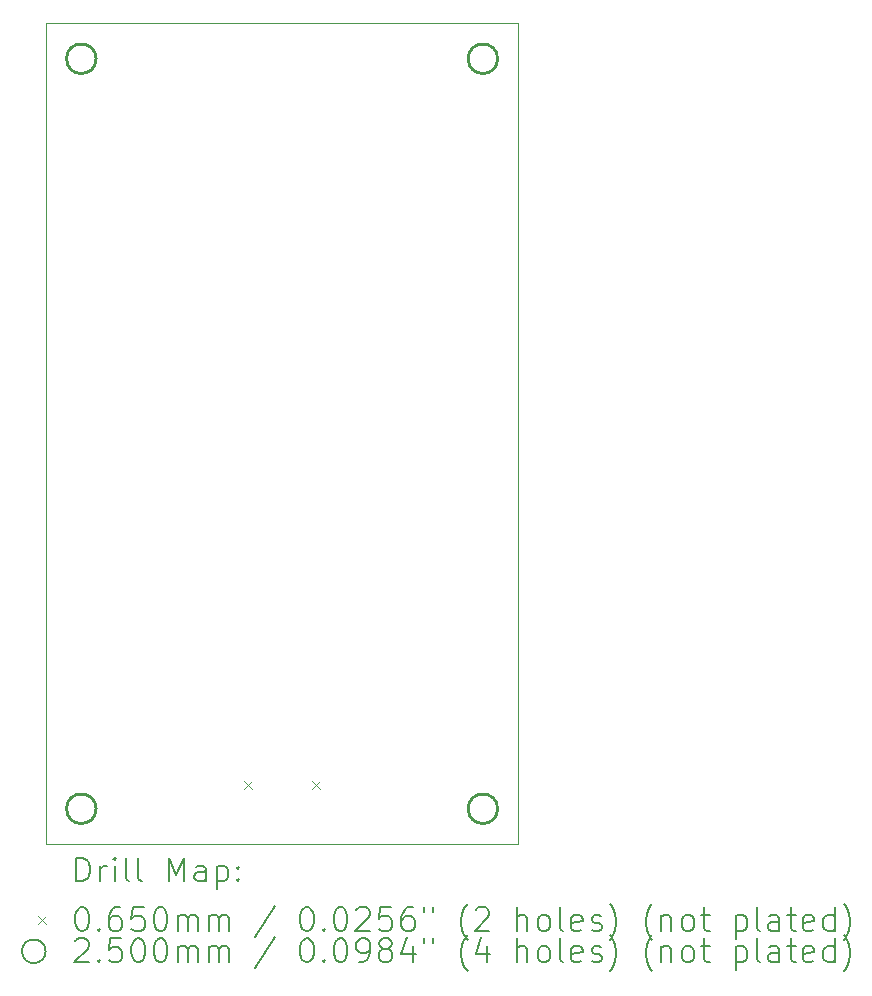
<source format=gbr>
%TF.GenerationSoftware,KiCad,Pcbnew,9.0.4*%
%TF.CreationDate,2025-10-04T23:29:17+02:00*%
%TF.ProjectId,zVMC_PCB,7a564d43-5f50-4434-922e-6b696361645f,rev?*%
%TF.SameCoordinates,Original*%
%TF.FileFunction,Drillmap*%
%TF.FilePolarity,Positive*%
%FSLAX45Y45*%
G04 Gerber Fmt 4.5, Leading zero omitted, Abs format (unit mm)*
G04 Created by KiCad (PCBNEW 9.0.4) date 2025-10-04 23:29:17*
%MOMM*%
%LPD*%
G01*
G04 APERTURE LIST*
%ADD10C,0.050000*%
%ADD11C,0.200000*%
%ADD12C,0.100000*%
%ADD13C,0.250000*%
G04 APERTURE END LIST*
D10*
X6000000Y-11050000D02*
X10000000Y-11050000D01*
X10000000Y-18000000D01*
X6000000Y-18000000D01*
X6000000Y-11050000D01*
D11*
D12*
X7678500Y-17467500D02*
X7743500Y-17532500D01*
X7743500Y-17467500D02*
X7678500Y-17532500D01*
X8256500Y-17467500D02*
X8321500Y-17532500D01*
X8321500Y-17467500D02*
X8256500Y-17532500D01*
D13*
X6425000Y-11350000D02*
G75*
G02*
X6175000Y-11350000I-125000J0D01*
G01*
X6175000Y-11350000D02*
G75*
G02*
X6425000Y-11350000I125000J0D01*
G01*
X6425000Y-17700000D02*
G75*
G02*
X6175000Y-17700000I-125000J0D01*
G01*
X6175000Y-17700000D02*
G75*
G02*
X6425000Y-17700000I125000J0D01*
G01*
X9825000Y-11350000D02*
G75*
G02*
X9575000Y-11350000I-125000J0D01*
G01*
X9575000Y-11350000D02*
G75*
G02*
X9825000Y-11350000I125000J0D01*
G01*
X9825000Y-17700000D02*
G75*
G02*
X9575000Y-17700000I-125000J0D01*
G01*
X9575000Y-17700000D02*
G75*
G02*
X9825000Y-17700000I125000J0D01*
G01*
D11*
X6258277Y-18313984D02*
X6258277Y-18113984D01*
X6258277Y-18113984D02*
X6305896Y-18113984D01*
X6305896Y-18113984D02*
X6334467Y-18123508D01*
X6334467Y-18123508D02*
X6353515Y-18142555D01*
X6353515Y-18142555D02*
X6363039Y-18161603D01*
X6363039Y-18161603D02*
X6372562Y-18199698D01*
X6372562Y-18199698D02*
X6372562Y-18228270D01*
X6372562Y-18228270D02*
X6363039Y-18266365D01*
X6363039Y-18266365D02*
X6353515Y-18285412D01*
X6353515Y-18285412D02*
X6334467Y-18304460D01*
X6334467Y-18304460D02*
X6305896Y-18313984D01*
X6305896Y-18313984D02*
X6258277Y-18313984D01*
X6458277Y-18313984D02*
X6458277Y-18180650D01*
X6458277Y-18218746D02*
X6467801Y-18199698D01*
X6467801Y-18199698D02*
X6477324Y-18190174D01*
X6477324Y-18190174D02*
X6496372Y-18180650D01*
X6496372Y-18180650D02*
X6515420Y-18180650D01*
X6582086Y-18313984D02*
X6582086Y-18180650D01*
X6582086Y-18113984D02*
X6572562Y-18123508D01*
X6572562Y-18123508D02*
X6582086Y-18133031D01*
X6582086Y-18133031D02*
X6591610Y-18123508D01*
X6591610Y-18123508D02*
X6582086Y-18113984D01*
X6582086Y-18113984D02*
X6582086Y-18133031D01*
X6705896Y-18313984D02*
X6686848Y-18304460D01*
X6686848Y-18304460D02*
X6677324Y-18285412D01*
X6677324Y-18285412D02*
X6677324Y-18113984D01*
X6810658Y-18313984D02*
X6791610Y-18304460D01*
X6791610Y-18304460D02*
X6782086Y-18285412D01*
X6782086Y-18285412D02*
X6782086Y-18113984D01*
X7039229Y-18313984D02*
X7039229Y-18113984D01*
X7039229Y-18113984D02*
X7105896Y-18256841D01*
X7105896Y-18256841D02*
X7172562Y-18113984D01*
X7172562Y-18113984D02*
X7172562Y-18313984D01*
X7353515Y-18313984D02*
X7353515Y-18209222D01*
X7353515Y-18209222D02*
X7343991Y-18190174D01*
X7343991Y-18190174D02*
X7324943Y-18180650D01*
X7324943Y-18180650D02*
X7286848Y-18180650D01*
X7286848Y-18180650D02*
X7267801Y-18190174D01*
X7353515Y-18304460D02*
X7334467Y-18313984D01*
X7334467Y-18313984D02*
X7286848Y-18313984D01*
X7286848Y-18313984D02*
X7267801Y-18304460D01*
X7267801Y-18304460D02*
X7258277Y-18285412D01*
X7258277Y-18285412D02*
X7258277Y-18266365D01*
X7258277Y-18266365D02*
X7267801Y-18247317D01*
X7267801Y-18247317D02*
X7286848Y-18237793D01*
X7286848Y-18237793D02*
X7334467Y-18237793D01*
X7334467Y-18237793D02*
X7353515Y-18228270D01*
X7448753Y-18180650D02*
X7448753Y-18380650D01*
X7448753Y-18190174D02*
X7467801Y-18180650D01*
X7467801Y-18180650D02*
X7505896Y-18180650D01*
X7505896Y-18180650D02*
X7524943Y-18190174D01*
X7524943Y-18190174D02*
X7534467Y-18199698D01*
X7534467Y-18199698D02*
X7543991Y-18218746D01*
X7543991Y-18218746D02*
X7543991Y-18275889D01*
X7543991Y-18275889D02*
X7534467Y-18294936D01*
X7534467Y-18294936D02*
X7524943Y-18304460D01*
X7524943Y-18304460D02*
X7505896Y-18313984D01*
X7505896Y-18313984D02*
X7467801Y-18313984D01*
X7467801Y-18313984D02*
X7448753Y-18304460D01*
X7629705Y-18294936D02*
X7639229Y-18304460D01*
X7639229Y-18304460D02*
X7629705Y-18313984D01*
X7629705Y-18313984D02*
X7620182Y-18304460D01*
X7620182Y-18304460D02*
X7629705Y-18294936D01*
X7629705Y-18294936D02*
X7629705Y-18313984D01*
X7629705Y-18190174D02*
X7639229Y-18199698D01*
X7639229Y-18199698D02*
X7629705Y-18209222D01*
X7629705Y-18209222D02*
X7620182Y-18199698D01*
X7620182Y-18199698D02*
X7629705Y-18190174D01*
X7629705Y-18190174D02*
X7629705Y-18209222D01*
D12*
X5932500Y-18610000D02*
X5997500Y-18675000D01*
X5997500Y-18610000D02*
X5932500Y-18675000D01*
D11*
X6296372Y-18533984D02*
X6315420Y-18533984D01*
X6315420Y-18533984D02*
X6334467Y-18543508D01*
X6334467Y-18543508D02*
X6343991Y-18553031D01*
X6343991Y-18553031D02*
X6353515Y-18572079D01*
X6353515Y-18572079D02*
X6363039Y-18610174D01*
X6363039Y-18610174D02*
X6363039Y-18657793D01*
X6363039Y-18657793D02*
X6353515Y-18695889D01*
X6353515Y-18695889D02*
X6343991Y-18714936D01*
X6343991Y-18714936D02*
X6334467Y-18724460D01*
X6334467Y-18724460D02*
X6315420Y-18733984D01*
X6315420Y-18733984D02*
X6296372Y-18733984D01*
X6296372Y-18733984D02*
X6277324Y-18724460D01*
X6277324Y-18724460D02*
X6267801Y-18714936D01*
X6267801Y-18714936D02*
X6258277Y-18695889D01*
X6258277Y-18695889D02*
X6248753Y-18657793D01*
X6248753Y-18657793D02*
X6248753Y-18610174D01*
X6248753Y-18610174D02*
X6258277Y-18572079D01*
X6258277Y-18572079D02*
X6267801Y-18553031D01*
X6267801Y-18553031D02*
X6277324Y-18543508D01*
X6277324Y-18543508D02*
X6296372Y-18533984D01*
X6448753Y-18714936D02*
X6458277Y-18724460D01*
X6458277Y-18724460D02*
X6448753Y-18733984D01*
X6448753Y-18733984D02*
X6439229Y-18724460D01*
X6439229Y-18724460D02*
X6448753Y-18714936D01*
X6448753Y-18714936D02*
X6448753Y-18733984D01*
X6629705Y-18533984D02*
X6591610Y-18533984D01*
X6591610Y-18533984D02*
X6572562Y-18543508D01*
X6572562Y-18543508D02*
X6563039Y-18553031D01*
X6563039Y-18553031D02*
X6543991Y-18581603D01*
X6543991Y-18581603D02*
X6534467Y-18619698D01*
X6534467Y-18619698D02*
X6534467Y-18695889D01*
X6534467Y-18695889D02*
X6543991Y-18714936D01*
X6543991Y-18714936D02*
X6553515Y-18724460D01*
X6553515Y-18724460D02*
X6572562Y-18733984D01*
X6572562Y-18733984D02*
X6610658Y-18733984D01*
X6610658Y-18733984D02*
X6629705Y-18724460D01*
X6629705Y-18724460D02*
X6639229Y-18714936D01*
X6639229Y-18714936D02*
X6648753Y-18695889D01*
X6648753Y-18695889D02*
X6648753Y-18648270D01*
X6648753Y-18648270D02*
X6639229Y-18629222D01*
X6639229Y-18629222D02*
X6629705Y-18619698D01*
X6629705Y-18619698D02*
X6610658Y-18610174D01*
X6610658Y-18610174D02*
X6572562Y-18610174D01*
X6572562Y-18610174D02*
X6553515Y-18619698D01*
X6553515Y-18619698D02*
X6543991Y-18629222D01*
X6543991Y-18629222D02*
X6534467Y-18648270D01*
X6829705Y-18533984D02*
X6734467Y-18533984D01*
X6734467Y-18533984D02*
X6724943Y-18629222D01*
X6724943Y-18629222D02*
X6734467Y-18619698D01*
X6734467Y-18619698D02*
X6753515Y-18610174D01*
X6753515Y-18610174D02*
X6801134Y-18610174D01*
X6801134Y-18610174D02*
X6820182Y-18619698D01*
X6820182Y-18619698D02*
X6829705Y-18629222D01*
X6829705Y-18629222D02*
X6839229Y-18648270D01*
X6839229Y-18648270D02*
X6839229Y-18695889D01*
X6839229Y-18695889D02*
X6829705Y-18714936D01*
X6829705Y-18714936D02*
X6820182Y-18724460D01*
X6820182Y-18724460D02*
X6801134Y-18733984D01*
X6801134Y-18733984D02*
X6753515Y-18733984D01*
X6753515Y-18733984D02*
X6734467Y-18724460D01*
X6734467Y-18724460D02*
X6724943Y-18714936D01*
X6963039Y-18533984D02*
X6982086Y-18533984D01*
X6982086Y-18533984D02*
X7001134Y-18543508D01*
X7001134Y-18543508D02*
X7010658Y-18553031D01*
X7010658Y-18553031D02*
X7020182Y-18572079D01*
X7020182Y-18572079D02*
X7029705Y-18610174D01*
X7029705Y-18610174D02*
X7029705Y-18657793D01*
X7029705Y-18657793D02*
X7020182Y-18695889D01*
X7020182Y-18695889D02*
X7010658Y-18714936D01*
X7010658Y-18714936D02*
X7001134Y-18724460D01*
X7001134Y-18724460D02*
X6982086Y-18733984D01*
X6982086Y-18733984D02*
X6963039Y-18733984D01*
X6963039Y-18733984D02*
X6943991Y-18724460D01*
X6943991Y-18724460D02*
X6934467Y-18714936D01*
X6934467Y-18714936D02*
X6924943Y-18695889D01*
X6924943Y-18695889D02*
X6915420Y-18657793D01*
X6915420Y-18657793D02*
X6915420Y-18610174D01*
X6915420Y-18610174D02*
X6924943Y-18572079D01*
X6924943Y-18572079D02*
X6934467Y-18553031D01*
X6934467Y-18553031D02*
X6943991Y-18543508D01*
X6943991Y-18543508D02*
X6963039Y-18533984D01*
X7115420Y-18733984D02*
X7115420Y-18600650D01*
X7115420Y-18619698D02*
X7124943Y-18610174D01*
X7124943Y-18610174D02*
X7143991Y-18600650D01*
X7143991Y-18600650D02*
X7172563Y-18600650D01*
X7172563Y-18600650D02*
X7191610Y-18610174D01*
X7191610Y-18610174D02*
X7201134Y-18629222D01*
X7201134Y-18629222D02*
X7201134Y-18733984D01*
X7201134Y-18629222D02*
X7210658Y-18610174D01*
X7210658Y-18610174D02*
X7229705Y-18600650D01*
X7229705Y-18600650D02*
X7258277Y-18600650D01*
X7258277Y-18600650D02*
X7277324Y-18610174D01*
X7277324Y-18610174D02*
X7286848Y-18629222D01*
X7286848Y-18629222D02*
X7286848Y-18733984D01*
X7382086Y-18733984D02*
X7382086Y-18600650D01*
X7382086Y-18619698D02*
X7391610Y-18610174D01*
X7391610Y-18610174D02*
X7410658Y-18600650D01*
X7410658Y-18600650D02*
X7439229Y-18600650D01*
X7439229Y-18600650D02*
X7458277Y-18610174D01*
X7458277Y-18610174D02*
X7467801Y-18629222D01*
X7467801Y-18629222D02*
X7467801Y-18733984D01*
X7467801Y-18629222D02*
X7477324Y-18610174D01*
X7477324Y-18610174D02*
X7496372Y-18600650D01*
X7496372Y-18600650D02*
X7524943Y-18600650D01*
X7524943Y-18600650D02*
X7543991Y-18610174D01*
X7543991Y-18610174D02*
X7553515Y-18629222D01*
X7553515Y-18629222D02*
X7553515Y-18733984D01*
X7943991Y-18524460D02*
X7772563Y-18781603D01*
X8201134Y-18533984D02*
X8220182Y-18533984D01*
X8220182Y-18533984D02*
X8239229Y-18543508D01*
X8239229Y-18543508D02*
X8248753Y-18553031D01*
X8248753Y-18553031D02*
X8258277Y-18572079D01*
X8258277Y-18572079D02*
X8267801Y-18610174D01*
X8267801Y-18610174D02*
X8267801Y-18657793D01*
X8267801Y-18657793D02*
X8258277Y-18695889D01*
X8258277Y-18695889D02*
X8248753Y-18714936D01*
X8248753Y-18714936D02*
X8239229Y-18724460D01*
X8239229Y-18724460D02*
X8220182Y-18733984D01*
X8220182Y-18733984D02*
X8201134Y-18733984D01*
X8201134Y-18733984D02*
X8182086Y-18724460D01*
X8182086Y-18724460D02*
X8172563Y-18714936D01*
X8172563Y-18714936D02*
X8163039Y-18695889D01*
X8163039Y-18695889D02*
X8153515Y-18657793D01*
X8153515Y-18657793D02*
X8153515Y-18610174D01*
X8153515Y-18610174D02*
X8163039Y-18572079D01*
X8163039Y-18572079D02*
X8172563Y-18553031D01*
X8172563Y-18553031D02*
X8182086Y-18543508D01*
X8182086Y-18543508D02*
X8201134Y-18533984D01*
X8353515Y-18714936D02*
X8363039Y-18724460D01*
X8363039Y-18724460D02*
X8353515Y-18733984D01*
X8353515Y-18733984D02*
X8343991Y-18724460D01*
X8343991Y-18724460D02*
X8353515Y-18714936D01*
X8353515Y-18714936D02*
X8353515Y-18733984D01*
X8486848Y-18533984D02*
X8505896Y-18533984D01*
X8505896Y-18533984D02*
X8524944Y-18543508D01*
X8524944Y-18543508D02*
X8534468Y-18553031D01*
X8534468Y-18553031D02*
X8543991Y-18572079D01*
X8543991Y-18572079D02*
X8553515Y-18610174D01*
X8553515Y-18610174D02*
X8553515Y-18657793D01*
X8553515Y-18657793D02*
X8543991Y-18695889D01*
X8543991Y-18695889D02*
X8534468Y-18714936D01*
X8534468Y-18714936D02*
X8524944Y-18724460D01*
X8524944Y-18724460D02*
X8505896Y-18733984D01*
X8505896Y-18733984D02*
X8486848Y-18733984D01*
X8486848Y-18733984D02*
X8467801Y-18724460D01*
X8467801Y-18724460D02*
X8458277Y-18714936D01*
X8458277Y-18714936D02*
X8448753Y-18695889D01*
X8448753Y-18695889D02*
X8439229Y-18657793D01*
X8439229Y-18657793D02*
X8439229Y-18610174D01*
X8439229Y-18610174D02*
X8448753Y-18572079D01*
X8448753Y-18572079D02*
X8458277Y-18553031D01*
X8458277Y-18553031D02*
X8467801Y-18543508D01*
X8467801Y-18543508D02*
X8486848Y-18533984D01*
X8629706Y-18553031D02*
X8639229Y-18543508D01*
X8639229Y-18543508D02*
X8658277Y-18533984D01*
X8658277Y-18533984D02*
X8705896Y-18533984D01*
X8705896Y-18533984D02*
X8724944Y-18543508D01*
X8724944Y-18543508D02*
X8734468Y-18553031D01*
X8734468Y-18553031D02*
X8743991Y-18572079D01*
X8743991Y-18572079D02*
X8743991Y-18591127D01*
X8743991Y-18591127D02*
X8734468Y-18619698D01*
X8734468Y-18619698D02*
X8620182Y-18733984D01*
X8620182Y-18733984D02*
X8743991Y-18733984D01*
X8924944Y-18533984D02*
X8829706Y-18533984D01*
X8829706Y-18533984D02*
X8820182Y-18629222D01*
X8820182Y-18629222D02*
X8829706Y-18619698D01*
X8829706Y-18619698D02*
X8848753Y-18610174D01*
X8848753Y-18610174D02*
X8896372Y-18610174D01*
X8896372Y-18610174D02*
X8915420Y-18619698D01*
X8915420Y-18619698D02*
X8924944Y-18629222D01*
X8924944Y-18629222D02*
X8934468Y-18648270D01*
X8934468Y-18648270D02*
X8934468Y-18695889D01*
X8934468Y-18695889D02*
X8924944Y-18714936D01*
X8924944Y-18714936D02*
X8915420Y-18724460D01*
X8915420Y-18724460D02*
X8896372Y-18733984D01*
X8896372Y-18733984D02*
X8848753Y-18733984D01*
X8848753Y-18733984D02*
X8829706Y-18724460D01*
X8829706Y-18724460D02*
X8820182Y-18714936D01*
X9105896Y-18533984D02*
X9067801Y-18533984D01*
X9067801Y-18533984D02*
X9048753Y-18543508D01*
X9048753Y-18543508D02*
X9039229Y-18553031D01*
X9039229Y-18553031D02*
X9020182Y-18581603D01*
X9020182Y-18581603D02*
X9010658Y-18619698D01*
X9010658Y-18619698D02*
X9010658Y-18695889D01*
X9010658Y-18695889D02*
X9020182Y-18714936D01*
X9020182Y-18714936D02*
X9029706Y-18724460D01*
X9029706Y-18724460D02*
X9048753Y-18733984D01*
X9048753Y-18733984D02*
X9086849Y-18733984D01*
X9086849Y-18733984D02*
X9105896Y-18724460D01*
X9105896Y-18724460D02*
X9115420Y-18714936D01*
X9115420Y-18714936D02*
X9124944Y-18695889D01*
X9124944Y-18695889D02*
X9124944Y-18648270D01*
X9124944Y-18648270D02*
X9115420Y-18629222D01*
X9115420Y-18629222D02*
X9105896Y-18619698D01*
X9105896Y-18619698D02*
X9086849Y-18610174D01*
X9086849Y-18610174D02*
X9048753Y-18610174D01*
X9048753Y-18610174D02*
X9029706Y-18619698D01*
X9029706Y-18619698D02*
X9020182Y-18629222D01*
X9020182Y-18629222D02*
X9010658Y-18648270D01*
X9201134Y-18533984D02*
X9201134Y-18572079D01*
X9277325Y-18533984D02*
X9277325Y-18572079D01*
X9572563Y-18810174D02*
X9563039Y-18800650D01*
X9563039Y-18800650D02*
X9543991Y-18772079D01*
X9543991Y-18772079D02*
X9534468Y-18753031D01*
X9534468Y-18753031D02*
X9524944Y-18724460D01*
X9524944Y-18724460D02*
X9515420Y-18676841D01*
X9515420Y-18676841D02*
X9515420Y-18638746D01*
X9515420Y-18638746D02*
X9524944Y-18591127D01*
X9524944Y-18591127D02*
X9534468Y-18562555D01*
X9534468Y-18562555D02*
X9543991Y-18543508D01*
X9543991Y-18543508D02*
X9563039Y-18514936D01*
X9563039Y-18514936D02*
X9572563Y-18505412D01*
X9639230Y-18553031D02*
X9648753Y-18543508D01*
X9648753Y-18543508D02*
X9667801Y-18533984D01*
X9667801Y-18533984D02*
X9715420Y-18533984D01*
X9715420Y-18533984D02*
X9734468Y-18543508D01*
X9734468Y-18543508D02*
X9743991Y-18553031D01*
X9743991Y-18553031D02*
X9753515Y-18572079D01*
X9753515Y-18572079D02*
X9753515Y-18591127D01*
X9753515Y-18591127D02*
X9743991Y-18619698D01*
X9743991Y-18619698D02*
X9629706Y-18733984D01*
X9629706Y-18733984D02*
X9753515Y-18733984D01*
X9991611Y-18733984D02*
X9991611Y-18533984D01*
X10077325Y-18733984D02*
X10077325Y-18629222D01*
X10077325Y-18629222D02*
X10067801Y-18610174D01*
X10067801Y-18610174D02*
X10048753Y-18600650D01*
X10048753Y-18600650D02*
X10020182Y-18600650D01*
X10020182Y-18600650D02*
X10001134Y-18610174D01*
X10001134Y-18610174D02*
X9991611Y-18619698D01*
X10201134Y-18733984D02*
X10182087Y-18724460D01*
X10182087Y-18724460D02*
X10172563Y-18714936D01*
X10172563Y-18714936D02*
X10163039Y-18695889D01*
X10163039Y-18695889D02*
X10163039Y-18638746D01*
X10163039Y-18638746D02*
X10172563Y-18619698D01*
X10172563Y-18619698D02*
X10182087Y-18610174D01*
X10182087Y-18610174D02*
X10201134Y-18600650D01*
X10201134Y-18600650D02*
X10229706Y-18600650D01*
X10229706Y-18600650D02*
X10248753Y-18610174D01*
X10248753Y-18610174D02*
X10258277Y-18619698D01*
X10258277Y-18619698D02*
X10267801Y-18638746D01*
X10267801Y-18638746D02*
X10267801Y-18695889D01*
X10267801Y-18695889D02*
X10258277Y-18714936D01*
X10258277Y-18714936D02*
X10248753Y-18724460D01*
X10248753Y-18724460D02*
X10229706Y-18733984D01*
X10229706Y-18733984D02*
X10201134Y-18733984D01*
X10382087Y-18733984D02*
X10363039Y-18724460D01*
X10363039Y-18724460D02*
X10353515Y-18705412D01*
X10353515Y-18705412D02*
X10353515Y-18533984D01*
X10534468Y-18724460D02*
X10515420Y-18733984D01*
X10515420Y-18733984D02*
X10477325Y-18733984D01*
X10477325Y-18733984D02*
X10458277Y-18724460D01*
X10458277Y-18724460D02*
X10448753Y-18705412D01*
X10448753Y-18705412D02*
X10448753Y-18629222D01*
X10448753Y-18629222D02*
X10458277Y-18610174D01*
X10458277Y-18610174D02*
X10477325Y-18600650D01*
X10477325Y-18600650D02*
X10515420Y-18600650D01*
X10515420Y-18600650D02*
X10534468Y-18610174D01*
X10534468Y-18610174D02*
X10543992Y-18629222D01*
X10543992Y-18629222D02*
X10543992Y-18648270D01*
X10543992Y-18648270D02*
X10448753Y-18667317D01*
X10620182Y-18724460D02*
X10639230Y-18733984D01*
X10639230Y-18733984D02*
X10677325Y-18733984D01*
X10677325Y-18733984D02*
X10696373Y-18724460D01*
X10696373Y-18724460D02*
X10705896Y-18705412D01*
X10705896Y-18705412D02*
X10705896Y-18695889D01*
X10705896Y-18695889D02*
X10696373Y-18676841D01*
X10696373Y-18676841D02*
X10677325Y-18667317D01*
X10677325Y-18667317D02*
X10648753Y-18667317D01*
X10648753Y-18667317D02*
X10629706Y-18657793D01*
X10629706Y-18657793D02*
X10620182Y-18638746D01*
X10620182Y-18638746D02*
X10620182Y-18629222D01*
X10620182Y-18629222D02*
X10629706Y-18610174D01*
X10629706Y-18610174D02*
X10648753Y-18600650D01*
X10648753Y-18600650D02*
X10677325Y-18600650D01*
X10677325Y-18600650D02*
X10696373Y-18610174D01*
X10772563Y-18810174D02*
X10782087Y-18800650D01*
X10782087Y-18800650D02*
X10801134Y-18772079D01*
X10801134Y-18772079D02*
X10810658Y-18753031D01*
X10810658Y-18753031D02*
X10820182Y-18724460D01*
X10820182Y-18724460D02*
X10829706Y-18676841D01*
X10829706Y-18676841D02*
X10829706Y-18638746D01*
X10829706Y-18638746D02*
X10820182Y-18591127D01*
X10820182Y-18591127D02*
X10810658Y-18562555D01*
X10810658Y-18562555D02*
X10801134Y-18543508D01*
X10801134Y-18543508D02*
X10782087Y-18514936D01*
X10782087Y-18514936D02*
X10772563Y-18505412D01*
X11134468Y-18810174D02*
X11124944Y-18800650D01*
X11124944Y-18800650D02*
X11105896Y-18772079D01*
X11105896Y-18772079D02*
X11096373Y-18753031D01*
X11096373Y-18753031D02*
X11086849Y-18724460D01*
X11086849Y-18724460D02*
X11077325Y-18676841D01*
X11077325Y-18676841D02*
X11077325Y-18638746D01*
X11077325Y-18638746D02*
X11086849Y-18591127D01*
X11086849Y-18591127D02*
X11096373Y-18562555D01*
X11096373Y-18562555D02*
X11105896Y-18543508D01*
X11105896Y-18543508D02*
X11124944Y-18514936D01*
X11124944Y-18514936D02*
X11134468Y-18505412D01*
X11210658Y-18600650D02*
X11210658Y-18733984D01*
X11210658Y-18619698D02*
X11220182Y-18610174D01*
X11220182Y-18610174D02*
X11239230Y-18600650D01*
X11239230Y-18600650D02*
X11267801Y-18600650D01*
X11267801Y-18600650D02*
X11286849Y-18610174D01*
X11286849Y-18610174D02*
X11296372Y-18629222D01*
X11296372Y-18629222D02*
X11296372Y-18733984D01*
X11420182Y-18733984D02*
X11401134Y-18724460D01*
X11401134Y-18724460D02*
X11391611Y-18714936D01*
X11391611Y-18714936D02*
X11382087Y-18695889D01*
X11382087Y-18695889D02*
X11382087Y-18638746D01*
X11382087Y-18638746D02*
X11391611Y-18619698D01*
X11391611Y-18619698D02*
X11401134Y-18610174D01*
X11401134Y-18610174D02*
X11420182Y-18600650D01*
X11420182Y-18600650D02*
X11448753Y-18600650D01*
X11448753Y-18600650D02*
X11467801Y-18610174D01*
X11467801Y-18610174D02*
X11477325Y-18619698D01*
X11477325Y-18619698D02*
X11486849Y-18638746D01*
X11486849Y-18638746D02*
X11486849Y-18695889D01*
X11486849Y-18695889D02*
X11477325Y-18714936D01*
X11477325Y-18714936D02*
X11467801Y-18724460D01*
X11467801Y-18724460D02*
X11448753Y-18733984D01*
X11448753Y-18733984D02*
X11420182Y-18733984D01*
X11543992Y-18600650D02*
X11620182Y-18600650D01*
X11572563Y-18533984D02*
X11572563Y-18705412D01*
X11572563Y-18705412D02*
X11582087Y-18724460D01*
X11582087Y-18724460D02*
X11601134Y-18733984D01*
X11601134Y-18733984D02*
X11620182Y-18733984D01*
X11839230Y-18600650D02*
X11839230Y-18800650D01*
X11839230Y-18610174D02*
X11858277Y-18600650D01*
X11858277Y-18600650D02*
X11896373Y-18600650D01*
X11896373Y-18600650D02*
X11915420Y-18610174D01*
X11915420Y-18610174D02*
X11924944Y-18619698D01*
X11924944Y-18619698D02*
X11934468Y-18638746D01*
X11934468Y-18638746D02*
X11934468Y-18695889D01*
X11934468Y-18695889D02*
X11924944Y-18714936D01*
X11924944Y-18714936D02*
X11915420Y-18724460D01*
X11915420Y-18724460D02*
X11896373Y-18733984D01*
X11896373Y-18733984D02*
X11858277Y-18733984D01*
X11858277Y-18733984D02*
X11839230Y-18724460D01*
X12048753Y-18733984D02*
X12029706Y-18724460D01*
X12029706Y-18724460D02*
X12020182Y-18705412D01*
X12020182Y-18705412D02*
X12020182Y-18533984D01*
X12210658Y-18733984D02*
X12210658Y-18629222D01*
X12210658Y-18629222D02*
X12201134Y-18610174D01*
X12201134Y-18610174D02*
X12182087Y-18600650D01*
X12182087Y-18600650D02*
X12143992Y-18600650D01*
X12143992Y-18600650D02*
X12124944Y-18610174D01*
X12210658Y-18724460D02*
X12191611Y-18733984D01*
X12191611Y-18733984D02*
X12143992Y-18733984D01*
X12143992Y-18733984D02*
X12124944Y-18724460D01*
X12124944Y-18724460D02*
X12115420Y-18705412D01*
X12115420Y-18705412D02*
X12115420Y-18686365D01*
X12115420Y-18686365D02*
X12124944Y-18667317D01*
X12124944Y-18667317D02*
X12143992Y-18657793D01*
X12143992Y-18657793D02*
X12191611Y-18657793D01*
X12191611Y-18657793D02*
X12210658Y-18648270D01*
X12277325Y-18600650D02*
X12353515Y-18600650D01*
X12305896Y-18533984D02*
X12305896Y-18705412D01*
X12305896Y-18705412D02*
X12315420Y-18724460D01*
X12315420Y-18724460D02*
X12334468Y-18733984D01*
X12334468Y-18733984D02*
X12353515Y-18733984D01*
X12496373Y-18724460D02*
X12477325Y-18733984D01*
X12477325Y-18733984D02*
X12439230Y-18733984D01*
X12439230Y-18733984D02*
X12420182Y-18724460D01*
X12420182Y-18724460D02*
X12410658Y-18705412D01*
X12410658Y-18705412D02*
X12410658Y-18629222D01*
X12410658Y-18629222D02*
X12420182Y-18610174D01*
X12420182Y-18610174D02*
X12439230Y-18600650D01*
X12439230Y-18600650D02*
X12477325Y-18600650D01*
X12477325Y-18600650D02*
X12496373Y-18610174D01*
X12496373Y-18610174D02*
X12505896Y-18629222D01*
X12505896Y-18629222D02*
X12505896Y-18648270D01*
X12505896Y-18648270D02*
X12410658Y-18667317D01*
X12677325Y-18733984D02*
X12677325Y-18533984D01*
X12677325Y-18724460D02*
X12658277Y-18733984D01*
X12658277Y-18733984D02*
X12620182Y-18733984D01*
X12620182Y-18733984D02*
X12601134Y-18724460D01*
X12601134Y-18724460D02*
X12591611Y-18714936D01*
X12591611Y-18714936D02*
X12582087Y-18695889D01*
X12582087Y-18695889D02*
X12582087Y-18638746D01*
X12582087Y-18638746D02*
X12591611Y-18619698D01*
X12591611Y-18619698D02*
X12601134Y-18610174D01*
X12601134Y-18610174D02*
X12620182Y-18600650D01*
X12620182Y-18600650D02*
X12658277Y-18600650D01*
X12658277Y-18600650D02*
X12677325Y-18610174D01*
X12753515Y-18810174D02*
X12763039Y-18800650D01*
X12763039Y-18800650D02*
X12782087Y-18772079D01*
X12782087Y-18772079D02*
X12791611Y-18753031D01*
X12791611Y-18753031D02*
X12801134Y-18724460D01*
X12801134Y-18724460D02*
X12810658Y-18676841D01*
X12810658Y-18676841D02*
X12810658Y-18638746D01*
X12810658Y-18638746D02*
X12801134Y-18591127D01*
X12801134Y-18591127D02*
X12791611Y-18562555D01*
X12791611Y-18562555D02*
X12782087Y-18543508D01*
X12782087Y-18543508D02*
X12763039Y-18514936D01*
X12763039Y-18514936D02*
X12753515Y-18505412D01*
X5997500Y-18906500D02*
G75*
G02*
X5797500Y-18906500I-100000J0D01*
G01*
X5797500Y-18906500D02*
G75*
G02*
X5997500Y-18906500I100000J0D01*
G01*
X6248753Y-18817031D02*
X6258277Y-18807508D01*
X6258277Y-18807508D02*
X6277324Y-18797984D01*
X6277324Y-18797984D02*
X6324943Y-18797984D01*
X6324943Y-18797984D02*
X6343991Y-18807508D01*
X6343991Y-18807508D02*
X6353515Y-18817031D01*
X6353515Y-18817031D02*
X6363039Y-18836079D01*
X6363039Y-18836079D02*
X6363039Y-18855127D01*
X6363039Y-18855127D02*
X6353515Y-18883698D01*
X6353515Y-18883698D02*
X6239229Y-18997984D01*
X6239229Y-18997984D02*
X6363039Y-18997984D01*
X6448753Y-18978936D02*
X6458277Y-18988460D01*
X6458277Y-18988460D02*
X6448753Y-18997984D01*
X6448753Y-18997984D02*
X6439229Y-18988460D01*
X6439229Y-18988460D02*
X6448753Y-18978936D01*
X6448753Y-18978936D02*
X6448753Y-18997984D01*
X6639229Y-18797984D02*
X6543991Y-18797984D01*
X6543991Y-18797984D02*
X6534467Y-18893222D01*
X6534467Y-18893222D02*
X6543991Y-18883698D01*
X6543991Y-18883698D02*
X6563039Y-18874174D01*
X6563039Y-18874174D02*
X6610658Y-18874174D01*
X6610658Y-18874174D02*
X6629705Y-18883698D01*
X6629705Y-18883698D02*
X6639229Y-18893222D01*
X6639229Y-18893222D02*
X6648753Y-18912270D01*
X6648753Y-18912270D02*
X6648753Y-18959889D01*
X6648753Y-18959889D02*
X6639229Y-18978936D01*
X6639229Y-18978936D02*
X6629705Y-18988460D01*
X6629705Y-18988460D02*
X6610658Y-18997984D01*
X6610658Y-18997984D02*
X6563039Y-18997984D01*
X6563039Y-18997984D02*
X6543991Y-18988460D01*
X6543991Y-18988460D02*
X6534467Y-18978936D01*
X6772562Y-18797984D02*
X6791610Y-18797984D01*
X6791610Y-18797984D02*
X6810658Y-18807508D01*
X6810658Y-18807508D02*
X6820182Y-18817031D01*
X6820182Y-18817031D02*
X6829705Y-18836079D01*
X6829705Y-18836079D02*
X6839229Y-18874174D01*
X6839229Y-18874174D02*
X6839229Y-18921793D01*
X6839229Y-18921793D02*
X6829705Y-18959889D01*
X6829705Y-18959889D02*
X6820182Y-18978936D01*
X6820182Y-18978936D02*
X6810658Y-18988460D01*
X6810658Y-18988460D02*
X6791610Y-18997984D01*
X6791610Y-18997984D02*
X6772562Y-18997984D01*
X6772562Y-18997984D02*
X6753515Y-18988460D01*
X6753515Y-18988460D02*
X6743991Y-18978936D01*
X6743991Y-18978936D02*
X6734467Y-18959889D01*
X6734467Y-18959889D02*
X6724943Y-18921793D01*
X6724943Y-18921793D02*
X6724943Y-18874174D01*
X6724943Y-18874174D02*
X6734467Y-18836079D01*
X6734467Y-18836079D02*
X6743991Y-18817031D01*
X6743991Y-18817031D02*
X6753515Y-18807508D01*
X6753515Y-18807508D02*
X6772562Y-18797984D01*
X6963039Y-18797984D02*
X6982086Y-18797984D01*
X6982086Y-18797984D02*
X7001134Y-18807508D01*
X7001134Y-18807508D02*
X7010658Y-18817031D01*
X7010658Y-18817031D02*
X7020182Y-18836079D01*
X7020182Y-18836079D02*
X7029705Y-18874174D01*
X7029705Y-18874174D02*
X7029705Y-18921793D01*
X7029705Y-18921793D02*
X7020182Y-18959889D01*
X7020182Y-18959889D02*
X7010658Y-18978936D01*
X7010658Y-18978936D02*
X7001134Y-18988460D01*
X7001134Y-18988460D02*
X6982086Y-18997984D01*
X6982086Y-18997984D02*
X6963039Y-18997984D01*
X6963039Y-18997984D02*
X6943991Y-18988460D01*
X6943991Y-18988460D02*
X6934467Y-18978936D01*
X6934467Y-18978936D02*
X6924943Y-18959889D01*
X6924943Y-18959889D02*
X6915420Y-18921793D01*
X6915420Y-18921793D02*
X6915420Y-18874174D01*
X6915420Y-18874174D02*
X6924943Y-18836079D01*
X6924943Y-18836079D02*
X6934467Y-18817031D01*
X6934467Y-18817031D02*
X6943991Y-18807508D01*
X6943991Y-18807508D02*
X6963039Y-18797984D01*
X7115420Y-18997984D02*
X7115420Y-18864650D01*
X7115420Y-18883698D02*
X7124943Y-18874174D01*
X7124943Y-18874174D02*
X7143991Y-18864650D01*
X7143991Y-18864650D02*
X7172563Y-18864650D01*
X7172563Y-18864650D02*
X7191610Y-18874174D01*
X7191610Y-18874174D02*
X7201134Y-18893222D01*
X7201134Y-18893222D02*
X7201134Y-18997984D01*
X7201134Y-18893222D02*
X7210658Y-18874174D01*
X7210658Y-18874174D02*
X7229705Y-18864650D01*
X7229705Y-18864650D02*
X7258277Y-18864650D01*
X7258277Y-18864650D02*
X7277324Y-18874174D01*
X7277324Y-18874174D02*
X7286848Y-18893222D01*
X7286848Y-18893222D02*
X7286848Y-18997984D01*
X7382086Y-18997984D02*
X7382086Y-18864650D01*
X7382086Y-18883698D02*
X7391610Y-18874174D01*
X7391610Y-18874174D02*
X7410658Y-18864650D01*
X7410658Y-18864650D02*
X7439229Y-18864650D01*
X7439229Y-18864650D02*
X7458277Y-18874174D01*
X7458277Y-18874174D02*
X7467801Y-18893222D01*
X7467801Y-18893222D02*
X7467801Y-18997984D01*
X7467801Y-18893222D02*
X7477324Y-18874174D01*
X7477324Y-18874174D02*
X7496372Y-18864650D01*
X7496372Y-18864650D02*
X7524943Y-18864650D01*
X7524943Y-18864650D02*
X7543991Y-18874174D01*
X7543991Y-18874174D02*
X7553515Y-18893222D01*
X7553515Y-18893222D02*
X7553515Y-18997984D01*
X7943991Y-18788460D02*
X7772563Y-19045603D01*
X8201134Y-18797984D02*
X8220182Y-18797984D01*
X8220182Y-18797984D02*
X8239229Y-18807508D01*
X8239229Y-18807508D02*
X8248753Y-18817031D01*
X8248753Y-18817031D02*
X8258277Y-18836079D01*
X8258277Y-18836079D02*
X8267801Y-18874174D01*
X8267801Y-18874174D02*
X8267801Y-18921793D01*
X8267801Y-18921793D02*
X8258277Y-18959889D01*
X8258277Y-18959889D02*
X8248753Y-18978936D01*
X8248753Y-18978936D02*
X8239229Y-18988460D01*
X8239229Y-18988460D02*
X8220182Y-18997984D01*
X8220182Y-18997984D02*
X8201134Y-18997984D01*
X8201134Y-18997984D02*
X8182086Y-18988460D01*
X8182086Y-18988460D02*
X8172563Y-18978936D01*
X8172563Y-18978936D02*
X8163039Y-18959889D01*
X8163039Y-18959889D02*
X8153515Y-18921793D01*
X8153515Y-18921793D02*
X8153515Y-18874174D01*
X8153515Y-18874174D02*
X8163039Y-18836079D01*
X8163039Y-18836079D02*
X8172563Y-18817031D01*
X8172563Y-18817031D02*
X8182086Y-18807508D01*
X8182086Y-18807508D02*
X8201134Y-18797984D01*
X8353515Y-18978936D02*
X8363039Y-18988460D01*
X8363039Y-18988460D02*
X8353515Y-18997984D01*
X8353515Y-18997984D02*
X8343991Y-18988460D01*
X8343991Y-18988460D02*
X8353515Y-18978936D01*
X8353515Y-18978936D02*
X8353515Y-18997984D01*
X8486848Y-18797984D02*
X8505896Y-18797984D01*
X8505896Y-18797984D02*
X8524944Y-18807508D01*
X8524944Y-18807508D02*
X8534468Y-18817031D01*
X8534468Y-18817031D02*
X8543991Y-18836079D01*
X8543991Y-18836079D02*
X8553515Y-18874174D01*
X8553515Y-18874174D02*
X8553515Y-18921793D01*
X8553515Y-18921793D02*
X8543991Y-18959889D01*
X8543991Y-18959889D02*
X8534468Y-18978936D01*
X8534468Y-18978936D02*
X8524944Y-18988460D01*
X8524944Y-18988460D02*
X8505896Y-18997984D01*
X8505896Y-18997984D02*
X8486848Y-18997984D01*
X8486848Y-18997984D02*
X8467801Y-18988460D01*
X8467801Y-18988460D02*
X8458277Y-18978936D01*
X8458277Y-18978936D02*
X8448753Y-18959889D01*
X8448753Y-18959889D02*
X8439229Y-18921793D01*
X8439229Y-18921793D02*
X8439229Y-18874174D01*
X8439229Y-18874174D02*
X8448753Y-18836079D01*
X8448753Y-18836079D02*
X8458277Y-18817031D01*
X8458277Y-18817031D02*
X8467801Y-18807508D01*
X8467801Y-18807508D02*
X8486848Y-18797984D01*
X8648753Y-18997984D02*
X8686848Y-18997984D01*
X8686848Y-18997984D02*
X8705896Y-18988460D01*
X8705896Y-18988460D02*
X8715420Y-18978936D01*
X8715420Y-18978936D02*
X8734468Y-18950365D01*
X8734468Y-18950365D02*
X8743991Y-18912270D01*
X8743991Y-18912270D02*
X8743991Y-18836079D01*
X8743991Y-18836079D02*
X8734468Y-18817031D01*
X8734468Y-18817031D02*
X8724944Y-18807508D01*
X8724944Y-18807508D02*
X8705896Y-18797984D01*
X8705896Y-18797984D02*
X8667801Y-18797984D01*
X8667801Y-18797984D02*
X8648753Y-18807508D01*
X8648753Y-18807508D02*
X8639229Y-18817031D01*
X8639229Y-18817031D02*
X8629706Y-18836079D01*
X8629706Y-18836079D02*
X8629706Y-18883698D01*
X8629706Y-18883698D02*
X8639229Y-18902746D01*
X8639229Y-18902746D02*
X8648753Y-18912270D01*
X8648753Y-18912270D02*
X8667801Y-18921793D01*
X8667801Y-18921793D02*
X8705896Y-18921793D01*
X8705896Y-18921793D02*
X8724944Y-18912270D01*
X8724944Y-18912270D02*
X8734468Y-18902746D01*
X8734468Y-18902746D02*
X8743991Y-18883698D01*
X8858277Y-18883698D02*
X8839229Y-18874174D01*
X8839229Y-18874174D02*
X8829706Y-18864650D01*
X8829706Y-18864650D02*
X8820182Y-18845603D01*
X8820182Y-18845603D02*
X8820182Y-18836079D01*
X8820182Y-18836079D02*
X8829706Y-18817031D01*
X8829706Y-18817031D02*
X8839229Y-18807508D01*
X8839229Y-18807508D02*
X8858277Y-18797984D01*
X8858277Y-18797984D02*
X8896372Y-18797984D01*
X8896372Y-18797984D02*
X8915420Y-18807508D01*
X8915420Y-18807508D02*
X8924944Y-18817031D01*
X8924944Y-18817031D02*
X8934468Y-18836079D01*
X8934468Y-18836079D02*
X8934468Y-18845603D01*
X8934468Y-18845603D02*
X8924944Y-18864650D01*
X8924944Y-18864650D02*
X8915420Y-18874174D01*
X8915420Y-18874174D02*
X8896372Y-18883698D01*
X8896372Y-18883698D02*
X8858277Y-18883698D01*
X8858277Y-18883698D02*
X8839229Y-18893222D01*
X8839229Y-18893222D02*
X8829706Y-18902746D01*
X8829706Y-18902746D02*
X8820182Y-18921793D01*
X8820182Y-18921793D02*
X8820182Y-18959889D01*
X8820182Y-18959889D02*
X8829706Y-18978936D01*
X8829706Y-18978936D02*
X8839229Y-18988460D01*
X8839229Y-18988460D02*
X8858277Y-18997984D01*
X8858277Y-18997984D02*
X8896372Y-18997984D01*
X8896372Y-18997984D02*
X8915420Y-18988460D01*
X8915420Y-18988460D02*
X8924944Y-18978936D01*
X8924944Y-18978936D02*
X8934468Y-18959889D01*
X8934468Y-18959889D02*
X8934468Y-18921793D01*
X8934468Y-18921793D02*
X8924944Y-18902746D01*
X8924944Y-18902746D02*
X8915420Y-18893222D01*
X8915420Y-18893222D02*
X8896372Y-18883698D01*
X9105896Y-18864650D02*
X9105896Y-18997984D01*
X9058277Y-18788460D02*
X9010658Y-18931317D01*
X9010658Y-18931317D02*
X9134468Y-18931317D01*
X9201134Y-18797984D02*
X9201134Y-18836079D01*
X9277325Y-18797984D02*
X9277325Y-18836079D01*
X9572563Y-19074174D02*
X9563039Y-19064650D01*
X9563039Y-19064650D02*
X9543991Y-19036079D01*
X9543991Y-19036079D02*
X9534468Y-19017031D01*
X9534468Y-19017031D02*
X9524944Y-18988460D01*
X9524944Y-18988460D02*
X9515420Y-18940841D01*
X9515420Y-18940841D02*
X9515420Y-18902746D01*
X9515420Y-18902746D02*
X9524944Y-18855127D01*
X9524944Y-18855127D02*
X9534468Y-18826555D01*
X9534468Y-18826555D02*
X9543991Y-18807508D01*
X9543991Y-18807508D02*
X9563039Y-18778936D01*
X9563039Y-18778936D02*
X9572563Y-18769412D01*
X9734468Y-18864650D02*
X9734468Y-18997984D01*
X9686849Y-18788460D02*
X9639230Y-18931317D01*
X9639230Y-18931317D02*
X9763039Y-18931317D01*
X9991611Y-18997984D02*
X9991611Y-18797984D01*
X10077325Y-18997984D02*
X10077325Y-18893222D01*
X10077325Y-18893222D02*
X10067801Y-18874174D01*
X10067801Y-18874174D02*
X10048753Y-18864650D01*
X10048753Y-18864650D02*
X10020182Y-18864650D01*
X10020182Y-18864650D02*
X10001134Y-18874174D01*
X10001134Y-18874174D02*
X9991611Y-18883698D01*
X10201134Y-18997984D02*
X10182087Y-18988460D01*
X10182087Y-18988460D02*
X10172563Y-18978936D01*
X10172563Y-18978936D02*
X10163039Y-18959889D01*
X10163039Y-18959889D02*
X10163039Y-18902746D01*
X10163039Y-18902746D02*
X10172563Y-18883698D01*
X10172563Y-18883698D02*
X10182087Y-18874174D01*
X10182087Y-18874174D02*
X10201134Y-18864650D01*
X10201134Y-18864650D02*
X10229706Y-18864650D01*
X10229706Y-18864650D02*
X10248753Y-18874174D01*
X10248753Y-18874174D02*
X10258277Y-18883698D01*
X10258277Y-18883698D02*
X10267801Y-18902746D01*
X10267801Y-18902746D02*
X10267801Y-18959889D01*
X10267801Y-18959889D02*
X10258277Y-18978936D01*
X10258277Y-18978936D02*
X10248753Y-18988460D01*
X10248753Y-18988460D02*
X10229706Y-18997984D01*
X10229706Y-18997984D02*
X10201134Y-18997984D01*
X10382087Y-18997984D02*
X10363039Y-18988460D01*
X10363039Y-18988460D02*
X10353515Y-18969412D01*
X10353515Y-18969412D02*
X10353515Y-18797984D01*
X10534468Y-18988460D02*
X10515420Y-18997984D01*
X10515420Y-18997984D02*
X10477325Y-18997984D01*
X10477325Y-18997984D02*
X10458277Y-18988460D01*
X10458277Y-18988460D02*
X10448753Y-18969412D01*
X10448753Y-18969412D02*
X10448753Y-18893222D01*
X10448753Y-18893222D02*
X10458277Y-18874174D01*
X10458277Y-18874174D02*
X10477325Y-18864650D01*
X10477325Y-18864650D02*
X10515420Y-18864650D01*
X10515420Y-18864650D02*
X10534468Y-18874174D01*
X10534468Y-18874174D02*
X10543992Y-18893222D01*
X10543992Y-18893222D02*
X10543992Y-18912270D01*
X10543992Y-18912270D02*
X10448753Y-18931317D01*
X10620182Y-18988460D02*
X10639230Y-18997984D01*
X10639230Y-18997984D02*
X10677325Y-18997984D01*
X10677325Y-18997984D02*
X10696373Y-18988460D01*
X10696373Y-18988460D02*
X10705896Y-18969412D01*
X10705896Y-18969412D02*
X10705896Y-18959889D01*
X10705896Y-18959889D02*
X10696373Y-18940841D01*
X10696373Y-18940841D02*
X10677325Y-18931317D01*
X10677325Y-18931317D02*
X10648753Y-18931317D01*
X10648753Y-18931317D02*
X10629706Y-18921793D01*
X10629706Y-18921793D02*
X10620182Y-18902746D01*
X10620182Y-18902746D02*
X10620182Y-18893222D01*
X10620182Y-18893222D02*
X10629706Y-18874174D01*
X10629706Y-18874174D02*
X10648753Y-18864650D01*
X10648753Y-18864650D02*
X10677325Y-18864650D01*
X10677325Y-18864650D02*
X10696373Y-18874174D01*
X10772563Y-19074174D02*
X10782087Y-19064650D01*
X10782087Y-19064650D02*
X10801134Y-19036079D01*
X10801134Y-19036079D02*
X10810658Y-19017031D01*
X10810658Y-19017031D02*
X10820182Y-18988460D01*
X10820182Y-18988460D02*
X10829706Y-18940841D01*
X10829706Y-18940841D02*
X10829706Y-18902746D01*
X10829706Y-18902746D02*
X10820182Y-18855127D01*
X10820182Y-18855127D02*
X10810658Y-18826555D01*
X10810658Y-18826555D02*
X10801134Y-18807508D01*
X10801134Y-18807508D02*
X10782087Y-18778936D01*
X10782087Y-18778936D02*
X10772563Y-18769412D01*
X11134468Y-19074174D02*
X11124944Y-19064650D01*
X11124944Y-19064650D02*
X11105896Y-19036079D01*
X11105896Y-19036079D02*
X11096373Y-19017031D01*
X11096373Y-19017031D02*
X11086849Y-18988460D01*
X11086849Y-18988460D02*
X11077325Y-18940841D01*
X11077325Y-18940841D02*
X11077325Y-18902746D01*
X11077325Y-18902746D02*
X11086849Y-18855127D01*
X11086849Y-18855127D02*
X11096373Y-18826555D01*
X11096373Y-18826555D02*
X11105896Y-18807508D01*
X11105896Y-18807508D02*
X11124944Y-18778936D01*
X11124944Y-18778936D02*
X11134468Y-18769412D01*
X11210658Y-18864650D02*
X11210658Y-18997984D01*
X11210658Y-18883698D02*
X11220182Y-18874174D01*
X11220182Y-18874174D02*
X11239230Y-18864650D01*
X11239230Y-18864650D02*
X11267801Y-18864650D01*
X11267801Y-18864650D02*
X11286849Y-18874174D01*
X11286849Y-18874174D02*
X11296372Y-18893222D01*
X11296372Y-18893222D02*
X11296372Y-18997984D01*
X11420182Y-18997984D02*
X11401134Y-18988460D01*
X11401134Y-18988460D02*
X11391611Y-18978936D01*
X11391611Y-18978936D02*
X11382087Y-18959889D01*
X11382087Y-18959889D02*
X11382087Y-18902746D01*
X11382087Y-18902746D02*
X11391611Y-18883698D01*
X11391611Y-18883698D02*
X11401134Y-18874174D01*
X11401134Y-18874174D02*
X11420182Y-18864650D01*
X11420182Y-18864650D02*
X11448753Y-18864650D01*
X11448753Y-18864650D02*
X11467801Y-18874174D01*
X11467801Y-18874174D02*
X11477325Y-18883698D01*
X11477325Y-18883698D02*
X11486849Y-18902746D01*
X11486849Y-18902746D02*
X11486849Y-18959889D01*
X11486849Y-18959889D02*
X11477325Y-18978936D01*
X11477325Y-18978936D02*
X11467801Y-18988460D01*
X11467801Y-18988460D02*
X11448753Y-18997984D01*
X11448753Y-18997984D02*
X11420182Y-18997984D01*
X11543992Y-18864650D02*
X11620182Y-18864650D01*
X11572563Y-18797984D02*
X11572563Y-18969412D01*
X11572563Y-18969412D02*
X11582087Y-18988460D01*
X11582087Y-18988460D02*
X11601134Y-18997984D01*
X11601134Y-18997984D02*
X11620182Y-18997984D01*
X11839230Y-18864650D02*
X11839230Y-19064650D01*
X11839230Y-18874174D02*
X11858277Y-18864650D01*
X11858277Y-18864650D02*
X11896373Y-18864650D01*
X11896373Y-18864650D02*
X11915420Y-18874174D01*
X11915420Y-18874174D02*
X11924944Y-18883698D01*
X11924944Y-18883698D02*
X11934468Y-18902746D01*
X11934468Y-18902746D02*
X11934468Y-18959889D01*
X11934468Y-18959889D02*
X11924944Y-18978936D01*
X11924944Y-18978936D02*
X11915420Y-18988460D01*
X11915420Y-18988460D02*
X11896373Y-18997984D01*
X11896373Y-18997984D02*
X11858277Y-18997984D01*
X11858277Y-18997984D02*
X11839230Y-18988460D01*
X12048753Y-18997984D02*
X12029706Y-18988460D01*
X12029706Y-18988460D02*
X12020182Y-18969412D01*
X12020182Y-18969412D02*
X12020182Y-18797984D01*
X12210658Y-18997984D02*
X12210658Y-18893222D01*
X12210658Y-18893222D02*
X12201134Y-18874174D01*
X12201134Y-18874174D02*
X12182087Y-18864650D01*
X12182087Y-18864650D02*
X12143992Y-18864650D01*
X12143992Y-18864650D02*
X12124944Y-18874174D01*
X12210658Y-18988460D02*
X12191611Y-18997984D01*
X12191611Y-18997984D02*
X12143992Y-18997984D01*
X12143992Y-18997984D02*
X12124944Y-18988460D01*
X12124944Y-18988460D02*
X12115420Y-18969412D01*
X12115420Y-18969412D02*
X12115420Y-18950365D01*
X12115420Y-18950365D02*
X12124944Y-18931317D01*
X12124944Y-18931317D02*
X12143992Y-18921793D01*
X12143992Y-18921793D02*
X12191611Y-18921793D01*
X12191611Y-18921793D02*
X12210658Y-18912270D01*
X12277325Y-18864650D02*
X12353515Y-18864650D01*
X12305896Y-18797984D02*
X12305896Y-18969412D01*
X12305896Y-18969412D02*
X12315420Y-18988460D01*
X12315420Y-18988460D02*
X12334468Y-18997984D01*
X12334468Y-18997984D02*
X12353515Y-18997984D01*
X12496373Y-18988460D02*
X12477325Y-18997984D01*
X12477325Y-18997984D02*
X12439230Y-18997984D01*
X12439230Y-18997984D02*
X12420182Y-18988460D01*
X12420182Y-18988460D02*
X12410658Y-18969412D01*
X12410658Y-18969412D02*
X12410658Y-18893222D01*
X12410658Y-18893222D02*
X12420182Y-18874174D01*
X12420182Y-18874174D02*
X12439230Y-18864650D01*
X12439230Y-18864650D02*
X12477325Y-18864650D01*
X12477325Y-18864650D02*
X12496373Y-18874174D01*
X12496373Y-18874174D02*
X12505896Y-18893222D01*
X12505896Y-18893222D02*
X12505896Y-18912270D01*
X12505896Y-18912270D02*
X12410658Y-18931317D01*
X12677325Y-18997984D02*
X12677325Y-18797984D01*
X12677325Y-18988460D02*
X12658277Y-18997984D01*
X12658277Y-18997984D02*
X12620182Y-18997984D01*
X12620182Y-18997984D02*
X12601134Y-18988460D01*
X12601134Y-18988460D02*
X12591611Y-18978936D01*
X12591611Y-18978936D02*
X12582087Y-18959889D01*
X12582087Y-18959889D02*
X12582087Y-18902746D01*
X12582087Y-18902746D02*
X12591611Y-18883698D01*
X12591611Y-18883698D02*
X12601134Y-18874174D01*
X12601134Y-18874174D02*
X12620182Y-18864650D01*
X12620182Y-18864650D02*
X12658277Y-18864650D01*
X12658277Y-18864650D02*
X12677325Y-18874174D01*
X12753515Y-19074174D02*
X12763039Y-19064650D01*
X12763039Y-19064650D02*
X12782087Y-19036079D01*
X12782087Y-19036079D02*
X12791611Y-19017031D01*
X12791611Y-19017031D02*
X12801134Y-18988460D01*
X12801134Y-18988460D02*
X12810658Y-18940841D01*
X12810658Y-18940841D02*
X12810658Y-18902746D01*
X12810658Y-18902746D02*
X12801134Y-18855127D01*
X12801134Y-18855127D02*
X12791611Y-18826555D01*
X12791611Y-18826555D02*
X12782087Y-18807508D01*
X12782087Y-18807508D02*
X12763039Y-18778936D01*
X12763039Y-18778936D02*
X12753515Y-18769412D01*
M02*

</source>
